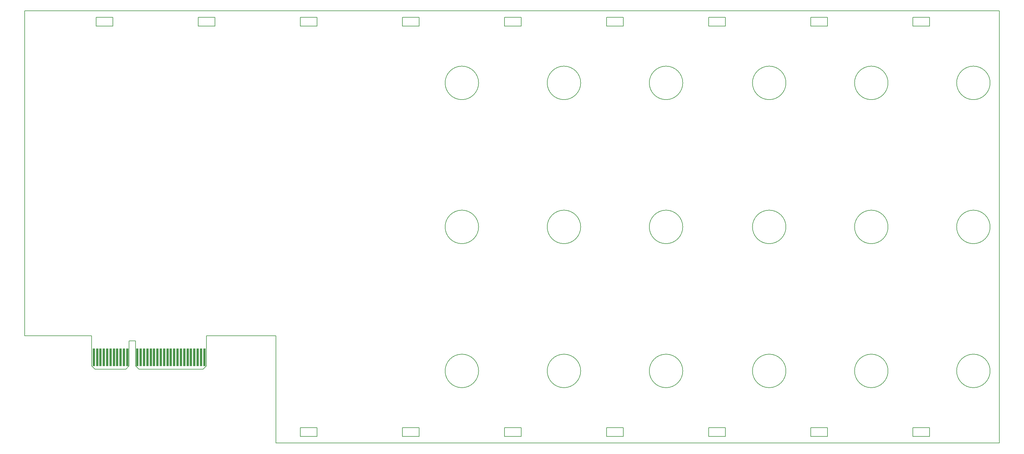
<source format=gbr>
G04 #@! TF.GenerationSoftware,KiCad,Pcbnew,6.0.7-f9a2dced07~116~ubuntu22.04.1*
G04 #@! TF.CreationDate,2023-04-06T14:06:25+01:00*
G04 #@! TF.ProjectId,hiltop_backplane_brd,68696c74-6f70-45f6-9261-636b706c616e,A*
G04 #@! TF.SameCoordinates,Original*
G04 #@! TF.FileFunction,Paste,Bot*
G04 #@! TF.FilePolarity,Positive*
%FSLAX46Y46*%
G04 Gerber Fmt 4.6, Leading zero omitted, Abs format (unit mm)*
G04 Created by KiCad (PCBNEW 6.0.7-f9a2dced07~116~ubuntu22.04.1) date 2023-04-06 14:06:25*
%MOMM*%
%LPD*%
G01*
G04 APERTURE LIST*
G04 #@! TA.AperFunction,Profile*
%ADD10C,0.150000*%
G04 #@! TD*
%ADD11R,0.750000X5.300000*%
G04 APERTURE END LIST*
D10*
X179840000Y-50700000D02*
G75*
G03*
X179840000Y-50700000I-5000000J0D01*
G01*
X210320000Y-50700000D02*
G75*
G03*
X210320000Y-50700000I-5000000J0D01*
G01*
X240800000Y-50700000D02*
G75*
G03*
X240800000Y-50700000I-5000000J0D01*
G01*
X210320000Y-93700000D02*
G75*
G03*
X210320000Y-93700000I-5000000J0D01*
G01*
X240800000Y-93700000D02*
G75*
G03*
X240800000Y-93700000I-5000000J0D01*
G01*
X179840000Y-136700000D02*
G75*
G03*
X179840000Y-136700000I-5000000J0D01*
G01*
X210320000Y-136700000D02*
G75*
G03*
X210320000Y-136700000I-5000000J0D01*
G01*
X240800000Y-136700000D02*
G75*
G03*
X240800000Y-136700000I-5000000J0D01*
G01*
X179840000Y-93700000D02*
G75*
G03*
X179840000Y-93700000I-5000000J0D01*
G01*
X248500000Y-31150000D02*
X248500000Y-33750000D01*
X284000000Y-33750000D02*
X284000000Y-31150000D01*
X271600000Y-136700000D02*
G75*
G03*
X271600000Y-136700000I-5000000J0D01*
G01*
X65300000Y-136200000D02*
X74500000Y-136200000D01*
X75500000Y-135200000D02*
X75500000Y-127700000D01*
X248500000Y-33750000D02*
X253500000Y-33750000D01*
X131600000Y-156250000D02*
X131600000Y-153650000D01*
X157100000Y-31150000D02*
X157100000Y-33750000D01*
X131600000Y-153650000D02*
X126600000Y-153650000D01*
X192550000Y-153650000D02*
X187550000Y-153650000D01*
X65650000Y-33750000D02*
X70650000Y-33750000D01*
X162100000Y-31150000D02*
X157100000Y-31150000D01*
X101150000Y-33750000D02*
X101150000Y-31150000D01*
X126600000Y-156250000D02*
X131600000Y-156250000D01*
X162100000Y-156250000D02*
X162100000Y-153650000D01*
X279000000Y-31150000D02*
X279000000Y-33750000D01*
X126600000Y-31150000D02*
X126600000Y-33750000D01*
X96150000Y-31150000D02*
X96150000Y-33750000D01*
X98600000Y-126200000D02*
X119300000Y-126200000D01*
X131600000Y-31150000D02*
X126600000Y-31150000D01*
X223050000Y-153650000D02*
X218050000Y-153650000D01*
X192550000Y-33750000D02*
X192550000Y-31150000D01*
X309450000Y-153650000D02*
X309450000Y-156250000D01*
X284000000Y-153650000D02*
X279000000Y-153650000D01*
X70650000Y-31150000D02*
X65650000Y-31150000D01*
X162100000Y-33750000D02*
X162100000Y-31150000D01*
X302080000Y-136700000D02*
G75*
G03*
X302080000Y-136700000I-5000000J0D01*
G01*
X309450000Y-156250000D02*
X314450000Y-156250000D01*
X284000000Y-156250000D02*
X284000000Y-153650000D01*
X248500000Y-156250000D02*
X253500000Y-156250000D01*
X157100000Y-156250000D02*
X162100000Y-156250000D01*
X248500000Y-153650000D02*
X248500000Y-156250000D01*
X218050000Y-156250000D02*
X223050000Y-156250000D01*
X218050000Y-31150000D02*
X218050000Y-33750000D01*
X162100000Y-153650000D02*
X157100000Y-153650000D01*
X332560000Y-93700000D02*
G75*
G03*
X332560000Y-93700000I-5000000J0D01*
G01*
X75500000Y-135200000D02*
X74500000Y-136200000D01*
X126600000Y-153650000D02*
X126600000Y-156250000D01*
X314450000Y-153650000D02*
X309450000Y-153650000D01*
X97600000Y-136200000D02*
X98600000Y-135200000D01*
X157100000Y-33750000D02*
X162100000Y-33750000D01*
X332560000Y-50700000D02*
G75*
G03*
X332560000Y-50700000I-5000000J0D01*
G01*
X70650000Y-33750000D02*
X70650000Y-31150000D01*
X223050000Y-156250000D02*
X223050000Y-153650000D01*
X271600000Y-50700000D02*
G75*
G03*
X271600000Y-50700000I-5000000J0D01*
G01*
X65650000Y-31150000D02*
X65650000Y-33750000D01*
X192550000Y-31150000D02*
X187550000Y-31150000D01*
X302080000Y-93700000D02*
G75*
G03*
X302080000Y-93700000I-5000000J0D01*
G01*
X187550000Y-153650000D02*
X187550000Y-156250000D01*
X44300000Y-29200000D02*
X335300000Y-29200000D01*
X131600000Y-33750000D02*
X131600000Y-31150000D01*
X96150000Y-33750000D02*
X101150000Y-33750000D01*
X187550000Y-33750000D02*
X192550000Y-33750000D01*
X64300000Y-135200000D02*
X64300000Y-126200000D01*
X314500000Y-31150000D02*
X309500000Y-31150000D01*
X218050000Y-153650000D02*
X218050000Y-156250000D01*
X271600000Y-93700000D02*
G75*
G03*
X271600000Y-93700000I-5000000J0D01*
G01*
X253500000Y-33750000D02*
X253500000Y-31150000D01*
X279000000Y-156250000D02*
X284000000Y-156250000D01*
X332560000Y-136700000D02*
G75*
G03*
X332560000Y-136700000I-5000000J0D01*
G01*
X77400000Y-135200000D02*
X78400000Y-136200000D01*
X119300000Y-136200000D02*
X119300000Y-158200000D01*
X309500000Y-31150000D02*
X309500000Y-33750000D01*
X44300000Y-126200000D02*
X44300000Y-29200000D01*
X218050000Y-33750000D02*
X223050000Y-33750000D01*
X314450000Y-156250000D02*
X314450000Y-153650000D01*
X284000000Y-31150000D02*
X279000000Y-31150000D01*
X119300000Y-126200000D02*
X119300000Y-136200000D01*
X78400000Y-136200000D02*
X97600000Y-136200000D01*
X279000000Y-153650000D02*
X279000000Y-156250000D01*
X279000000Y-33750000D02*
X284000000Y-33750000D01*
X253500000Y-153650000D02*
X248500000Y-153650000D01*
X64300000Y-135200000D02*
X65300000Y-136200000D01*
X187550000Y-156250000D02*
X192550000Y-156250000D01*
X75500000Y-127700000D02*
X77400000Y-127700000D01*
X101150000Y-31150000D02*
X96150000Y-31150000D01*
X192550000Y-156250000D02*
X192550000Y-153650000D01*
X253500000Y-31150000D02*
X248500000Y-31150000D01*
X126600000Y-33750000D02*
X131600000Y-33750000D01*
X98600000Y-135200000D02*
X98600000Y-127700000D01*
X335300000Y-29200000D02*
X335300000Y-158200000D01*
X187550000Y-31150000D02*
X187550000Y-33750000D01*
X302080000Y-50700000D02*
G75*
G03*
X302080000Y-50700000I-5000000J0D01*
G01*
X157100000Y-153650000D02*
X157100000Y-156250000D01*
X223050000Y-31150000D02*
X218050000Y-31150000D01*
X98600000Y-127700000D02*
X98600000Y-126200000D01*
X335300000Y-158200000D02*
X119300000Y-158200000D01*
X309500000Y-33750000D02*
X314500000Y-33750000D01*
X253500000Y-156250000D02*
X253500000Y-153650000D01*
X77400000Y-127700000D02*
X77400000Y-135200000D01*
X314500000Y-33750000D02*
X314500000Y-31150000D01*
X64300000Y-126200000D02*
X44300000Y-126200000D01*
X223050000Y-33750000D02*
X223050000Y-31150000D01*
D11*
X64954000Y-132600000D03*
X65954000Y-132600000D03*
X66954000Y-132600000D03*
X67954000Y-132600000D03*
X68954000Y-132600000D03*
X69954000Y-132600000D03*
X70954000Y-132600000D03*
X71954000Y-132600000D03*
X72954000Y-132600000D03*
X73954000Y-132600000D03*
X74954000Y-132600000D03*
X77954000Y-132600000D03*
X78954000Y-132600000D03*
X79954000Y-132600000D03*
X80954000Y-132600000D03*
X81954000Y-132600000D03*
X82954000Y-132600000D03*
X83954000Y-132600000D03*
X84954000Y-132600000D03*
X85954000Y-132600000D03*
X86954000Y-132600000D03*
X87954000Y-132600000D03*
X88954000Y-132600000D03*
X89954000Y-132600000D03*
X90954000Y-132600000D03*
X91954000Y-132600000D03*
X92954000Y-132600000D03*
X93954000Y-132600000D03*
X94954000Y-132600000D03*
X95954000Y-132600000D03*
X96954000Y-132600000D03*
X97954000Y-132600000D03*
M02*

</source>
